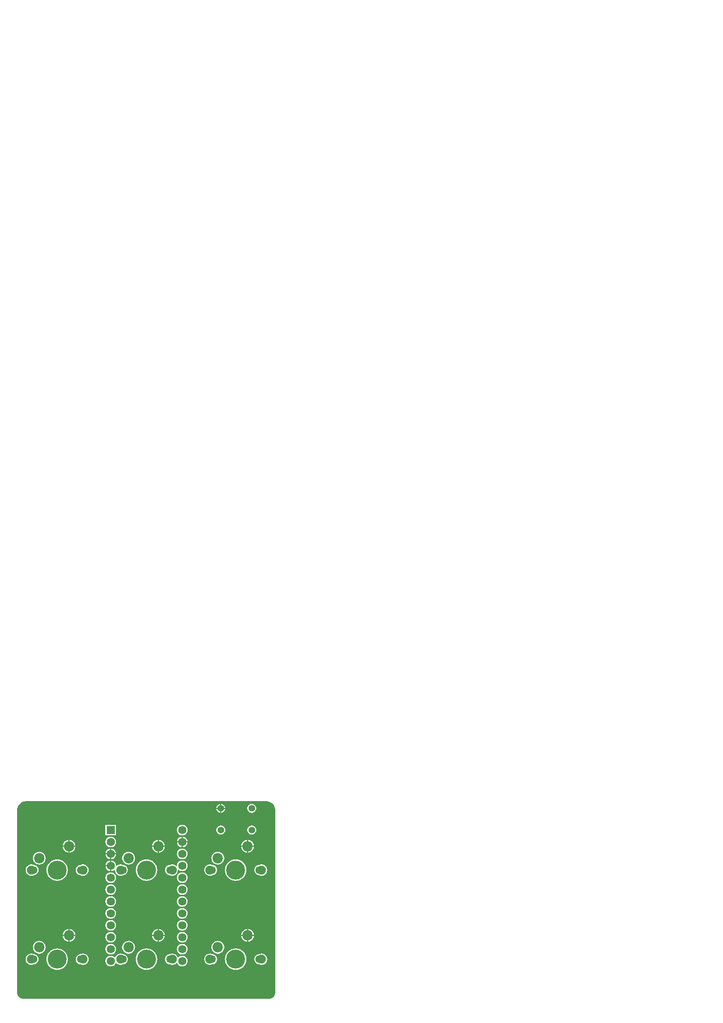
<source format=gbr>
%TF.GenerationSoftware,Altium Limited,Altium Designer,20.1.12 (249)*%
G04 Layer_Physical_Order=1*
G04 Layer_Color=255*
%FSLAX26Y26*%
%MOIN*%
%TF.SameCoordinates,4EBFCD2D-B14F-4313-BC4F-D652A0771492*%
%TF.FilePolarity,Positive*%
%TF.FileFunction,Copper,L1,Top,Signal*%
%TF.Part,Single*%
G01*
G75*
%TA.AperFunction,ComponentPad*%
%ADD10C,0.159449*%
%ADD11C,0.074803*%
%ADD12C,0.066929*%
%ADD13C,0.086614*%
%ADD14C,0.069016*%
%ADD15R,0.069016X0.069016*%
%ADD16C,0.055118*%
G36*
X2113806Y1661306D02*
X2128315Y1655296D01*
X2141372Y1646572D01*
X2152477Y1635467D01*
X2161202Y1622409D01*
X2167212Y1607900D01*
X2170276Y1592498D01*
Y1584646D01*
Y54134D01*
Y49287D01*
X2168384Y39779D01*
X2164675Y30823D01*
X2159289Y22763D01*
X2152434Y15908D01*
X2144374Y10522D01*
X2135418Y6812D01*
X2125910Y4921D01*
X2121063Y4921D01*
X50174D01*
X40476Y6850D01*
X31341Y10634D01*
X23119Y16128D01*
X16128Y23119D01*
X10634Y31341D01*
X6850Y40476D01*
X4921Y50174D01*
X4921Y55118D01*
Y1585630D01*
Y1593385D01*
X7947Y1608598D01*
X13883Y1622927D01*
X22500Y1635824D01*
X33468Y1646791D01*
X46364Y1655409D01*
X60694Y1661344D01*
X75906Y1664370D01*
X2098403D01*
X2113806Y1661306D01*
D02*
G37*
G36*
X5782598Y8184882D02*
D01*
D02*
G37*
%LPC*%
G36*
X1717598Y1639587D02*
Y1607362D01*
X1749823D01*
X1749191Y1612167D01*
X1745406Y1621304D01*
X1739386Y1629150D01*
X1731540Y1635170D01*
X1722403Y1638955D01*
X1717598Y1639587D01*
D02*
G37*
G36*
X1707598Y1639587D02*
X1702794Y1638955D01*
X1693657Y1635170D01*
X1685811Y1629150D01*
X1679791Y1621304D01*
X1676006Y1612167D01*
X1675374Y1607362D01*
X1707598D01*
Y1639587D01*
D02*
G37*
G36*
Y1597362D02*
X1675374D01*
X1676006Y1592557D01*
X1679791Y1583421D01*
X1685811Y1575575D01*
X1693657Y1569554D01*
X1702794Y1565770D01*
X1707598Y1565137D01*
Y1597362D01*
D02*
G37*
G36*
X1749823D02*
X1717598D01*
Y1565137D01*
X1722403Y1565770D01*
X1731540Y1569554D01*
X1739386Y1575575D01*
X1745406Y1583421D01*
X1749191Y1592557D01*
X1749823Y1597362D01*
D02*
G37*
G36*
X1972441Y1640245D02*
X1962636Y1638955D01*
X1953499Y1635170D01*
X1945654Y1629150D01*
X1939633Y1621304D01*
X1935849Y1612167D01*
X1934558Y1602362D01*
X1935849Y1592557D01*
X1939633Y1583421D01*
X1945654Y1575575D01*
X1953499Y1569554D01*
X1962636Y1565770D01*
X1972441Y1564479D01*
X1982246Y1565770D01*
X1991383Y1569554D01*
X1999228Y1575575D01*
X2005249Y1583421D01*
X2009033Y1592557D01*
X2010324Y1602362D01*
X2009033Y1612167D01*
X2005249Y1621304D01*
X1999228Y1629150D01*
X1991383Y1635170D01*
X1982246Y1638955D01*
X1972441Y1640245D01*
D02*
G37*
G36*
Y1459143D02*
X1962636Y1457852D01*
X1953499Y1454068D01*
X1945654Y1448047D01*
X1939633Y1440201D01*
X1935849Y1431065D01*
X1934558Y1421260D01*
X1935849Y1411455D01*
X1939633Y1402318D01*
X1945654Y1394472D01*
X1953499Y1388452D01*
X1962636Y1384668D01*
X1972441Y1383377D01*
X1982246Y1384668D01*
X1991383Y1388452D01*
X1999228Y1394472D01*
X2005249Y1402318D01*
X2009033Y1411455D01*
X2010324Y1421260D01*
X2009033Y1431065D01*
X2005249Y1440201D01*
X1999228Y1448047D01*
X1991383Y1454068D01*
X1982246Y1457852D01*
X1972441Y1459143D01*
D02*
G37*
G36*
X1712599D02*
X1702794Y1457852D01*
X1693657Y1454068D01*
X1685811Y1448047D01*
X1679791Y1440201D01*
X1676006Y1431065D01*
X1674715Y1421260D01*
X1676006Y1411455D01*
X1679791Y1402318D01*
X1685811Y1394472D01*
X1693657Y1388452D01*
X1702794Y1384668D01*
X1712599Y1383377D01*
X1722403Y1384668D01*
X1731540Y1388452D01*
X1739386Y1394472D01*
X1745406Y1402318D01*
X1749191Y1411455D01*
X1750482Y1421260D01*
X1749191Y1431065D01*
X1745406Y1440201D01*
X1739386Y1448047D01*
X1731540Y1454068D01*
X1722403Y1457852D01*
X1712599Y1459143D01*
D02*
G37*
G36*
X834272Y1464980D02*
X745256D01*
Y1375965D01*
X834272D01*
Y1464980D01*
D02*
G37*
G36*
X1389764Y1465364D02*
X1378145Y1463835D01*
X1367318Y1459350D01*
X1358020Y1452216D01*
X1350886Y1442918D01*
X1346402Y1432091D01*
X1344872Y1420472D01*
X1346402Y1408853D01*
X1350886Y1398026D01*
X1358020Y1388729D01*
X1367318Y1381595D01*
X1378145Y1377110D01*
X1389764Y1375581D01*
X1401383Y1377110D01*
X1412210Y1381595D01*
X1421507Y1388729D01*
X1428641Y1398026D01*
X1433126Y1408853D01*
X1434656Y1420472D01*
X1433126Y1432091D01*
X1428641Y1442918D01*
X1421507Y1452216D01*
X1412210Y1459350D01*
X1401383Y1463835D01*
X1389764Y1465364D01*
D02*
G37*
G36*
X1394764Y1364706D02*
Y1325472D01*
X1433997D01*
X1433126Y1332091D01*
X1428641Y1342918D01*
X1421507Y1352216D01*
X1412210Y1359350D01*
X1401383Y1363835D01*
X1394764Y1364706D01*
D02*
G37*
G36*
X1384764D02*
X1378145Y1363835D01*
X1367318Y1359350D01*
X1358020Y1352216D01*
X1350886Y1342918D01*
X1346402Y1332091D01*
X1345530Y1325472D01*
X1384764D01*
Y1364706D01*
D02*
G37*
G36*
X1943386Y1337951D02*
Y1289842D01*
X1991495D01*
X1990321Y1298758D01*
X1984950Y1311726D01*
X1976405Y1322862D01*
X1965269Y1331406D01*
X1952302Y1336777D01*
X1943386Y1337951D01*
D02*
G37*
G36*
X1933386D02*
X1924470Y1336777D01*
X1911502Y1331406D01*
X1900367Y1322862D01*
X1891822Y1311726D01*
X1886451Y1298758D01*
X1885277Y1289842D01*
X1933386D01*
Y1337951D01*
D02*
G37*
G36*
X1194173D02*
Y1289842D01*
X1242282D01*
X1241108Y1298758D01*
X1235737Y1311726D01*
X1227192Y1322862D01*
X1216057Y1331406D01*
X1203089Y1336777D01*
X1194173Y1337951D01*
D02*
G37*
G36*
X1184173D02*
X1175257Y1336777D01*
X1162290Y1331406D01*
X1151154Y1322862D01*
X1142610Y1311726D01*
X1137238Y1298758D01*
X1136064Y1289842D01*
X1184173D01*
Y1337951D01*
D02*
G37*
G36*
X444961D02*
Y1289842D01*
X493070D01*
X491896Y1298758D01*
X486524Y1311726D01*
X477980Y1322862D01*
X466844Y1331406D01*
X453877Y1336777D01*
X444961Y1337951D01*
D02*
G37*
G36*
X434961D02*
X426045Y1336777D01*
X413077Y1331406D01*
X401942Y1322862D01*
X393397Y1311726D01*
X388026Y1298758D01*
X386852Y1289842D01*
X434961D01*
Y1337951D01*
D02*
G37*
G36*
X1433997Y1315472D02*
X1394764D01*
Y1276239D01*
X1401383Y1277110D01*
X1412210Y1281595D01*
X1421507Y1288729D01*
X1428641Y1298026D01*
X1433126Y1308853D01*
X1433997Y1315472D01*
D02*
G37*
G36*
X1384764D02*
X1345530D01*
X1346402Y1308853D01*
X1350886Y1298026D01*
X1358020Y1288729D01*
X1367318Y1281595D01*
X1378145Y1277110D01*
X1384764Y1276239D01*
Y1315472D01*
D02*
G37*
G36*
X789764Y1365364D02*
X778145Y1363835D01*
X767318Y1359350D01*
X758020Y1352216D01*
X750886Y1342918D01*
X746402Y1332091D01*
X744872Y1320472D01*
X746402Y1308853D01*
X750886Y1298026D01*
X758020Y1288729D01*
X767318Y1281595D01*
X778145Y1277110D01*
X789764Y1275581D01*
X801383Y1277110D01*
X812210Y1281595D01*
X821507Y1288729D01*
X828641Y1298026D01*
X833126Y1308853D01*
X834656Y1320472D01*
X833126Y1332091D01*
X828641Y1342918D01*
X821507Y1352216D01*
X812210Y1359350D01*
X801383Y1363835D01*
X789764Y1365364D01*
D02*
G37*
G36*
X1991495Y1279842D02*
X1943386D01*
Y1231734D01*
X1952302Y1232908D01*
X1965269Y1238279D01*
X1976405Y1246823D01*
X1984950Y1257959D01*
X1990321Y1270927D01*
X1991495Y1279842D01*
D02*
G37*
G36*
X1933386D02*
X1885277D01*
X1886451Y1270927D01*
X1891822Y1257959D01*
X1900367Y1246823D01*
X1911502Y1238279D01*
X1924470Y1232908D01*
X1933386Y1231734D01*
Y1279842D01*
D02*
G37*
G36*
X493070D02*
X444961D01*
Y1231734D01*
X453877Y1232908D01*
X466844Y1238279D01*
X477980Y1246823D01*
X486524Y1257959D01*
X491896Y1270927D01*
X493070Y1279842D01*
D02*
G37*
G36*
X434961D02*
X386852D01*
X388026Y1270927D01*
X393397Y1257959D01*
X401942Y1246823D01*
X413077Y1238279D01*
X426045Y1232908D01*
X434961Y1231734D01*
Y1279842D01*
D02*
G37*
G36*
X1242282D02*
X1194173D01*
Y1231734D01*
X1203089Y1232908D01*
X1216057Y1238279D01*
X1227192Y1246823D01*
X1235737Y1257959D01*
X1241108Y1270927D01*
X1242282Y1279842D01*
D02*
G37*
G36*
X1184173D02*
X1136064D01*
X1137238Y1270927D01*
X1142610Y1257959D01*
X1151154Y1246823D01*
X1162290Y1238279D01*
X1175257Y1232908D01*
X1184173Y1231734D01*
Y1279842D01*
D02*
G37*
G36*
X794764Y1264706D02*
Y1225472D01*
X833997D01*
X833126Y1232091D01*
X828641Y1242918D01*
X821507Y1252216D01*
X812210Y1259350D01*
X801383Y1263835D01*
X794764Y1264706D01*
D02*
G37*
G36*
X784764D02*
X778145Y1263835D01*
X767318Y1259350D01*
X758020Y1252216D01*
X750886Y1242918D01*
X746402Y1232091D01*
X745530Y1225472D01*
X784764D01*
Y1264706D01*
D02*
G37*
G36*
X833997Y1215472D02*
X794764D01*
Y1176239D01*
X801383Y1177110D01*
X812210Y1181595D01*
X821507Y1188729D01*
X828641Y1198026D01*
X833126Y1208853D01*
X833997Y1215472D01*
D02*
G37*
G36*
X784764D02*
X745530D01*
X746402Y1208853D01*
X750886Y1198026D01*
X758020Y1188729D01*
X767318Y1181595D01*
X778145Y1177110D01*
X784764Y1176239D01*
Y1215472D01*
D02*
G37*
G36*
X1389764Y1265364D02*
X1378145Y1263835D01*
X1367318Y1259350D01*
X1358020Y1252216D01*
X1350886Y1242918D01*
X1346402Y1232091D01*
X1344872Y1220472D01*
X1346402Y1208853D01*
X1350886Y1198026D01*
X1358020Y1188729D01*
X1367318Y1181595D01*
X1378145Y1177110D01*
X1389764Y1175581D01*
X1401383Y1177110D01*
X1412210Y1181595D01*
X1421507Y1188729D01*
X1428641Y1198026D01*
X1433126Y1208853D01*
X1434656Y1220472D01*
X1433126Y1232091D01*
X1428641Y1242918D01*
X1421507Y1252216D01*
X1412210Y1259350D01*
X1401383Y1263835D01*
X1389764Y1265364D01*
D02*
G37*
G36*
X1688386Y1238610D02*
X1674470Y1236777D01*
X1661502Y1231406D01*
X1650367Y1222862D01*
X1641822Y1211726D01*
X1636451Y1198758D01*
X1634619Y1184842D01*
X1636451Y1170927D01*
X1641822Y1157959D01*
X1650367Y1146823D01*
X1661502Y1138279D01*
X1674470Y1132908D01*
X1688386Y1131075D01*
X1702302Y1132908D01*
X1715269Y1138279D01*
X1726405Y1146823D01*
X1734950Y1157959D01*
X1740321Y1170927D01*
X1742153Y1184842D01*
X1740321Y1198758D01*
X1734950Y1211726D01*
X1726405Y1222862D01*
X1715269Y1231406D01*
X1702302Y1236777D01*
X1688386Y1238610D01*
D02*
G37*
G36*
X939173D02*
X925257Y1236777D01*
X912290Y1231406D01*
X901154Y1222862D01*
X892610Y1211726D01*
X887238Y1198758D01*
X885406Y1184842D01*
X887238Y1170927D01*
X892610Y1157959D01*
X901154Y1146823D01*
X912290Y1138279D01*
X925257Y1132908D01*
X939173Y1131075D01*
X953089Y1132908D01*
X966057Y1138279D01*
X977192Y1146823D01*
X985737Y1157959D01*
X991108Y1170927D01*
X992940Y1184842D01*
X991108Y1198758D01*
X985737Y1211726D01*
X977192Y1222862D01*
X966057Y1231406D01*
X953089Y1236777D01*
X939173Y1238610D01*
D02*
G37*
G36*
X189961D02*
X176045Y1236777D01*
X163077Y1231406D01*
X151942Y1222862D01*
X143397Y1211726D01*
X138026Y1198758D01*
X136194Y1184842D01*
X138026Y1170927D01*
X143397Y1157959D01*
X151942Y1146823D01*
X163077Y1138279D01*
X176045Y1132908D01*
X189961Y1131075D01*
X203877Y1132908D01*
X216844Y1138279D01*
X227980Y1146823D01*
X236524Y1157959D01*
X241896Y1170927D01*
X243728Y1184842D01*
X241896Y1198758D01*
X236524Y1211726D01*
X227980Y1222862D01*
X216844Y1231406D01*
X203877Y1236777D01*
X189961Y1238610D01*
D02*
G37*
G36*
X784764Y1164706D02*
X778145Y1163835D01*
X767318Y1159350D01*
X758020Y1152216D01*
X750886Y1142918D01*
X746402Y1132091D01*
X745530Y1125472D01*
X784764D01*
Y1164706D01*
D02*
G37*
G36*
X1389764Y1165364D02*
X1378145Y1163835D01*
X1367318Y1159350D01*
X1358020Y1152216D01*
X1350886Y1142918D01*
X1346402Y1132091D01*
X1344872Y1120472D01*
X1345010Y1119423D01*
X1340391Y1117510D01*
X1339516Y1118650D01*
X1329614Y1126248D01*
X1318083Y1131024D01*
X1305709Y1132653D01*
X1293334Y1131024D01*
X1286986Y1128394D01*
X1277827Y1127188D01*
X1267254Y1122809D01*
X1258174Y1115842D01*
X1251207Y1106762D01*
X1246828Y1096189D01*
X1245334Y1084842D01*
X1246828Y1073496D01*
X1251207Y1062923D01*
X1258174Y1053843D01*
X1267254Y1046876D01*
X1277827Y1042497D01*
X1286986Y1041291D01*
X1293334Y1038661D01*
X1305709Y1037032D01*
X1318083Y1038661D01*
X1329614Y1043437D01*
X1339516Y1051035D01*
X1347114Y1060937D01*
X1351890Y1072468D01*
X1353519Y1084842D01*
X1353230Y1087038D01*
X1356838Y1088532D01*
X1358054Y1088703D01*
X1367318Y1081595D01*
X1378145Y1077110D01*
X1389764Y1075581D01*
X1401383Y1077110D01*
X1412210Y1081595D01*
X1421507Y1088729D01*
X1428641Y1098026D01*
X1433126Y1108853D01*
X1434656Y1120472D01*
X1433126Y1132091D01*
X1428641Y1142918D01*
X1421507Y1152216D01*
X1412210Y1159350D01*
X1401383Y1163835D01*
X1389764Y1165364D01*
D02*
G37*
G36*
X784764Y1115472D02*
X745530D01*
X746402Y1108853D01*
X750886Y1098026D01*
X758020Y1088729D01*
X767318Y1081595D01*
X778145Y1077110D01*
X784764Y1076239D01*
Y1115472D01*
D02*
G37*
G36*
X2054921Y1132653D02*
X2042547Y1131024D01*
X2036198Y1128394D01*
X2027039Y1127188D01*
X2016466Y1122809D01*
X2007387Y1115842D01*
X2000420Y1106762D01*
X1996040Y1096189D01*
X1994546Y1084842D01*
X1996040Y1073496D01*
X2000420Y1062923D01*
X2007387Y1053843D01*
X2016466Y1046876D01*
X2027039Y1042497D01*
X2036198Y1041291D01*
X2042547Y1038661D01*
X2054921Y1037032D01*
X2067296Y1038661D01*
X2078827Y1043437D01*
X2088729Y1051035D01*
X2096327Y1060937D01*
X2101103Y1072468D01*
X2102732Y1084842D01*
X2101103Y1097217D01*
X2096327Y1108748D01*
X2088729Y1118650D01*
X2078827Y1126248D01*
X2067296Y1131024D01*
X2054921Y1132653D01*
D02*
G37*
G36*
X1621850D02*
X1609476Y1131024D01*
X1597945Y1126248D01*
X1588043Y1118650D01*
X1580445Y1108748D01*
X1575669Y1097217D01*
X1574040Y1084842D01*
X1575669Y1072468D01*
X1580445Y1060937D01*
X1588043Y1051035D01*
X1597945Y1043437D01*
X1609476Y1038661D01*
X1621850Y1037032D01*
X1634225Y1038661D01*
X1640574Y1041291D01*
X1649732Y1042497D01*
X1660306Y1046876D01*
X1669385Y1053843D01*
X1676352Y1062923D01*
X1680732Y1073496D01*
X1682225Y1084842D01*
X1680732Y1096189D01*
X1676352Y1106762D01*
X1669385Y1115842D01*
X1660306Y1122809D01*
X1649732Y1127188D01*
X1640574Y1128394D01*
X1634225Y1131024D01*
X1621850Y1132653D01*
D02*
G37*
G36*
X794764Y1164706D02*
Y1120472D01*
Y1076239D01*
X801383Y1077110D01*
X812210Y1081595D01*
X820160Y1087695D01*
X824895Y1085358D01*
X824827Y1084842D01*
X826456Y1072468D01*
X831233Y1060937D01*
X838831Y1051035D01*
X848733Y1043437D01*
X860264Y1038661D01*
X872638Y1037032D01*
X885012Y1038661D01*
X891361Y1041291D01*
X900520Y1042497D01*
X911093Y1046876D01*
X920173Y1053843D01*
X927139Y1062923D01*
X931519Y1073496D01*
X933013Y1084842D01*
X931519Y1096189D01*
X927139Y1106762D01*
X920173Y1115842D01*
X911093Y1122809D01*
X900520Y1127188D01*
X891361Y1128394D01*
X885012Y1131024D01*
X872638Y1132653D01*
X860264Y1131024D01*
X848733Y1126248D01*
X839529Y1119186D01*
X836778Y1119912D01*
X834549Y1121283D01*
X833126Y1132091D01*
X828641Y1142918D01*
X821507Y1152216D01*
X812210Y1159350D01*
X801383Y1163835D01*
X794764Y1164706D01*
D02*
G37*
G36*
X556496Y1132653D02*
X544122Y1131024D01*
X537773Y1128394D01*
X528614Y1127188D01*
X518041Y1122809D01*
X508961Y1115842D01*
X501995Y1106762D01*
X497615Y1096189D01*
X496121Y1084842D01*
X497615Y1073496D01*
X501995Y1062923D01*
X508961Y1053843D01*
X518041Y1046876D01*
X528614Y1042497D01*
X537773Y1041291D01*
X544122Y1038661D01*
X556496Y1037032D01*
X568870Y1038661D01*
X580401Y1043437D01*
X590303Y1051035D01*
X597901Y1060937D01*
X602678Y1072468D01*
X604307Y1084842D01*
X602678Y1097217D01*
X597901Y1108748D01*
X590303Y1118650D01*
X580401Y1126248D01*
X568870Y1131024D01*
X556496Y1132653D01*
D02*
G37*
G36*
X123425D02*
X111051Y1131024D01*
X99520Y1126248D01*
X89618Y1118650D01*
X82020Y1108748D01*
X77244Y1097217D01*
X75615Y1084842D01*
X77244Y1072468D01*
X82020Y1060937D01*
X89618Y1051035D01*
X99520Y1043437D01*
X111051Y1038661D01*
X123425Y1037032D01*
X135799Y1038661D01*
X142148Y1041291D01*
X151307Y1042497D01*
X161880Y1046876D01*
X170960Y1053843D01*
X177927Y1062923D01*
X182306Y1073496D01*
X183800Y1084842D01*
X182306Y1096189D01*
X177927Y1106762D01*
X170960Y1115842D01*
X161880Y1122809D01*
X151307Y1127188D01*
X142148Y1128394D01*
X135799Y1131024D01*
X123425Y1132653D01*
D02*
G37*
G36*
X1838386Y1175001D02*
X1820797Y1173269D01*
X1803884Y1168138D01*
X1788296Y1159807D01*
X1774634Y1148594D01*
X1763422Y1134932D01*
X1755090Y1119345D01*
X1749960Y1102432D01*
X1748227Y1084842D01*
X1749960Y1067253D01*
X1755090Y1050340D01*
X1763422Y1034753D01*
X1774634Y1021091D01*
X1788296Y1009878D01*
X1803884Y1001547D01*
X1820797Y996416D01*
X1838386Y994684D01*
X1855975Y996416D01*
X1872888Y1001547D01*
X1888475Y1009878D01*
X1902138Y1021091D01*
X1913350Y1034753D01*
X1921681Y1050340D01*
X1926812Y1067253D01*
X1928544Y1084842D01*
X1926812Y1102432D01*
X1921681Y1119345D01*
X1913350Y1134932D01*
X1902138Y1148594D01*
X1888475Y1159807D01*
X1872888Y1168138D01*
X1855975Y1173269D01*
X1838386Y1175001D01*
D02*
G37*
G36*
X1089173D02*
X1071584Y1173269D01*
X1054671Y1168138D01*
X1039084Y1159807D01*
X1025422Y1148594D01*
X1014209Y1134932D01*
X1005878Y1119345D01*
X1000747Y1102432D01*
X999015Y1084842D01*
X1000747Y1067253D01*
X1005878Y1050340D01*
X1014209Y1034753D01*
X1025422Y1021091D01*
X1039084Y1009878D01*
X1054671Y1001547D01*
X1071584Y996416D01*
X1089173Y994684D01*
X1106762Y996416D01*
X1123676Y1001547D01*
X1139263Y1009878D01*
X1152925Y1021091D01*
X1164137Y1034753D01*
X1172469Y1050340D01*
X1177599Y1067253D01*
X1179332Y1084842D01*
X1177599Y1102432D01*
X1172469Y1119345D01*
X1164137Y1134932D01*
X1152925Y1148594D01*
X1139263Y1159807D01*
X1123676Y1168138D01*
X1106762Y1173269D01*
X1089173Y1175001D01*
D02*
G37*
G36*
X339961D02*
X322372Y1173269D01*
X305459Y1168138D01*
X289871Y1159807D01*
X276209Y1148594D01*
X264997Y1134932D01*
X256665Y1119345D01*
X251535Y1102432D01*
X249802Y1084842D01*
X251535Y1067253D01*
X256665Y1050340D01*
X264997Y1034753D01*
X276209Y1021091D01*
X289871Y1009878D01*
X305459Y1001547D01*
X322372Y996416D01*
X339961Y994684D01*
X357550Y996416D01*
X374463Y1001547D01*
X390050Y1009878D01*
X403712Y1021091D01*
X414925Y1034753D01*
X423256Y1050340D01*
X428387Y1067253D01*
X430119Y1084842D01*
X428387Y1102432D01*
X423256Y1119345D01*
X414925Y1134932D01*
X403712Y1148594D01*
X390050Y1159807D01*
X374463Y1168138D01*
X357550Y1173269D01*
X339961Y1175001D01*
D02*
G37*
G36*
X1389764Y1065364D02*
X1378145Y1063835D01*
X1367318Y1059350D01*
X1358020Y1052216D01*
X1350886Y1042918D01*
X1346402Y1032091D01*
X1344872Y1020472D01*
X1346402Y1008854D01*
X1350886Y998026D01*
X1358020Y988729D01*
X1367318Y981595D01*
X1378145Y977110D01*
X1389764Y975581D01*
X1401383Y977110D01*
X1412210Y981595D01*
X1421507Y988729D01*
X1428641Y998026D01*
X1433126Y1008854D01*
X1434656Y1020472D01*
X1433126Y1032091D01*
X1428641Y1042918D01*
X1421507Y1052216D01*
X1412210Y1059350D01*
X1401383Y1063835D01*
X1389764Y1065364D01*
D02*
G37*
G36*
X789764D02*
X778145Y1063835D01*
X767318Y1059350D01*
X758020Y1052216D01*
X750886Y1042918D01*
X746402Y1032091D01*
X744872Y1020472D01*
X746402Y1008854D01*
X750886Y998026D01*
X758020Y988729D01*
X767318Y981595D01*
X778145Y977110D01*
X789764Y975581D01*
X801383Y977110D01*
X812210Y981595D01*
X821507Y988729D01*
X828641Y998026D01*
X833126Y1008854D01*
X834656Y1020472D01*
X833126Y1032091D01*
X828641Y1042918D01*
X821507Y1052216D01*
X812210Y1059350D01*
X801383Y1063835D01*
X789764Y1065364D01*
D02*
G37*
G36*
X1389764Y965364D02*
X1378145Y963835D01*
X1367318Y959350D01*
X1358020Y952216D01*
X1350886Y942918D01*
X1346402Y932091D01*
X1344872Y920472D01*
X1346402Y908854D01*
X1350886Y898026D01*
X1358020Y888729D01*
X1367318Y881595D01*
X1378145Y877110D01*
X1389764Y875581D01*
X1401383Y877110D01*
X1412210Y881595D01*
X1421507Y888729D01*
X1428641Y898026D01*
X1433126Y908854D01*
X1434656Y920472D01*
X1433126Y932091D01*
X1428641Y942918D01*
X1421507Y952216D01*
X1412210Y959350D01*
X1401383Y963835D01*
X1389764Y965364D01*
D02*
G37*
G36*
X789764D02*
X778145Y963835D01*
X767318Y959350D01*
X758020Y952216D01*
X750886Y942918D01*
X746402Y932091D01*
X744872Y920472D01*
X746402Y908854D01*
X750886Y898026D01*
X758020Y888729D01*
X767318Y881595D01*
X778145Y877110D01*
X789764Y875581D01*
X801383Y877110D01*
X812210Y881595D01*
X821507Y888729D01*
X828641Y898026D01*
X833126Y908854D01*
X834656Y920472D01*
X833126Y932091D01*
X828641Y942918D01*
X821507Y952216D01*
X812210Y959350D01*
X801383Y963835D01*
X789764Y965364D01*
D02*
G37*
G36*
X1389764Y865364D02*
X1378145Y863835D01*
X1367318Y859350D01*
X1358020Y852216D01*
X1350886Y842918D01*
X1346402Y832091D01*
X1344872Y820472D01*
X1346402Y808854D01*
X1350886Y798026D01*
X1358020Y788729D01*
X1367318Y781595D01*
X1378145Y777110D01*
X1389764Y775581D01*
X1401383Y777110D01*
X1412210Y781595D01*
X1421507Y788729D01*
X1428641Y798026D01*
X1433126Y808854D01*
X1434656Y820472D01*
X1433126Y832091D01*
X1428641Y842918D01*
X1421507Y852216D01*
X1412210Y859350D01*
X1401383Y863835D01*
X1389764Y865364D01*
D02*
G37*
G36*
X789764D02*
X778145Y863835D01*
X767318Y859350D01*
X758020Y852216D01*
X750886Y842918D01*
X746402Y832091D01*
X744872Y820472D01*
X746402Y808854D01*
X750886Y798026D01*
X758020Y788729D01*
X767318Y781595D01*
X778145Y777110D01*
X789764Y775581D01*
X801383Y777110D01*
X812210Y781595D01*
X821507Y788729D01*
X828641Y798026D01*
X833126Y808854D01*
X834656Y820472D01*
X833126Y832091D01*
X828641Y842918D01*
X821507Y852216D01*
X812210Y859350D01*
X801383Y863835D01*
X789764Y865364D01*
D02*
G37*
G36*
X1389764Y765364D02*
X1378145Y763835D01*
X1367318Y759350D01*
X1358020Y752216D01*
X1350886Y742918D01*
X1346402Y732091D01*
X1344872Y720472D01*
X1346402Y708854D01*
X1350886Y698026D01*
X1358020Y688729D01*
X1367318Y681595D01*
X1378145Y677110D01*
X1389764Y675581D01*
X1401383Y677110D01*
X1412210Y681595D01*
X1421507Y688729D01*
X1428641Y698026D01*
X1433126Y708854D01*
X1434656Y720472D01*
X1433126Y732091D01*
X1428641Y742918D01*
X1421507Y752216D01*
X1412210Y759350D01*
X1401383Y763835D01*
X1389764Y765364D01*
D02*
G37*
G36*
X789764D02*
X778145Y763835D01*
X767318Y759350D01*
X758020Y752216D01*
X750886Y742918D01*
X746402Y732091D01*
X744872Y720472D01*
X746402Y708854D01*
X750886Y698026D01*
X758020Y688729D01*
X767318Y681595D01*
X778145Y677110D01*
X789764Y675581D01*
X801383Y677110D01*
X812210Y681595D01*
X821507Y688729D01*
X828641Y698026D01*
X833126Y708854D01*
X834656Y720472D01*
X833126Y732091D01*
X828641Y742918D01*
X821507Y752216D01*
X812210Y759350D01*
X801383Y763835D01*
X789764Y765364D01*
D02*
G37*
G36*
X1389764Y665364D02*
X1378145Y663835D01*
X1367318Y659350D01*
X1358020Y652216D01*
X1350886Y642918D01*
X1346402Y632091D01*
X1344872Y620472D01*
X1346402Y608854D01*
X1350886Y598026D01*
X1358020Y588729D01*
X1367318Y581595D01*
X1378145Y577110D01*
X1389764Y575581D01*
X1401383Y577110D01*
X1412210Y581595D01*
X1421507Y588729D01*
X1428641Y598026D01*
X1433126Y608854D01*
X1434656Y620472D01*
X1433126Y632091D01*
X1428641Y642918D01*
X1421507Y652216D01*
X1412210Y659350D01*
X1401383Y663835D01*
X1389764Y665364D01*
D02*
G37*
G36*
X789764D02*
X778145Y663835D01*
X767318Y659350D01*
X758020Y652216D01*
X750886Y642918D01*
X746402Y632091D01*
X744872Y620472D01*
X746402Y608854D01*
X750886Y598026D01*
X758020Y588729D01*
X767318Y581595D01*
X778145Y577110D01*
X789764Y575581D01*
X801383Y577110D01*
X812210Y581595D01*
X821507Y588729D01*
X828641Y598026D01*
X833126Y608854D01*
X834656Y620472D01*
X833126Y632091D01*
X828641Y642918D01*
X821507Y652216D01*
X812210Y659350D01*
X801383Y663835D01*
X789764Y665364D01*
D02*
G37*
G36*
X1943386Y588739D02*
Y540630D01*
X1991495D01*
X1990321Y549546D01*
X1984950Y562513D01*
X1976405Y573649D01*
X1965269Y582194D01*
X1952302Y587565D01*
X1943386Y588739D01*
D02*
G37*
G36*
X1933386D02*
X1924470Y587565D01*
X1911502Y582194D01*
X1900367Y573649D01*
X1891822Y562513D01*
X1886451Y549546D01*
X1885277Y540630D01*
X1933386D01*
Y588739D01*
D02*
G37*
G36*
X1194173D02*
Y540630D01*
X1242282D01*
X1241108Y549546D01*
X1235737Y562513D01*
X1227192Y573649D01*
X1216057Y582194D01*
X1203089Y587565D01*
X1194173Y588739D01*
D02*
G37*
G36*
X1184173D02*
X1175257Y587565D01*
X1162290Y582194D01*
X1151154Y573649D01*
X1142610Y562513D01*
X1137238Y549546D01*
X1136064Y540630D01*
X1184173D01*
Y588739D01*
D02*
G37*
G36*
X444961D02*
Y540630D01*
X493070D01*
X491896Y549546D01*
X486524Y562513D01*
X477980Y573649D01*
X466844Y582194D01*
X453877Y587565D01*
X444961Y588739D01*
D02*
G37*
G36*
X434961D02*
X426045Y587565D01*
X413077Y582194D01*
X401942Y573649D01*
X393397Y562513D01*
X388026Y549546D01*
X386852Y540630D01*
X434961D01*
Y588739D01*
D02*
G37*
G36*
X1991495Y530630D02*
X1943386D01*
Y482521D01*
X1952302Y483695D01*
X1965269Y489066D01*
X1976405Y497611D01*
X1984950Y508746D01*
X1990321Y521714D01*
X1991495Y530630D01*
D02*
G37*
G36*
X1933386D02*
X1885277D01*
X1886451Y521714D01*
X1891822Y508746D01*
X1900367Y497611D01*
X1911502Y489066D01*
X1924470Y483695D01*
X1933386Y482521D01*
Y530630D01*
D02*
G37*
G36*
X493070D02*
X444961D01*
Y482521D01*
X453877Y483695D01*
X466844Y489066D01*
X477980Y497611D01*
X486524Y508746D01*
X491896Y521714D01*
X493070Y530630D01*
D02*
G37*
G36*
X434961D02*
X386852D01*
X388026Y521714D01*
X393397Y508746D01*
X401942Y497611D01*
X413077Y489066D01*
X426045Y483695D01*
X434961Y482521D01*
Y530630D01*
D02*
G37*
G36*
X1242282D02*
X1194173D01*
Y482521D01*
X1203089Y483695D01*
X1216057Y489066D01*
X1227192Y497611D01*
X1235737Y508746D01*
X1241108Y521714D01*
X1242282Y530630D01*
D02*
G37*
G36*
X1184173D02*
X1136064D01*
X1137238Y521714D01*
X1142610Y508746D01*
X1151154Y497611D01*
X1162290Y489066D01*
X1175257Y483695D01*
X1184173Y482521D01*
Y530630D01*
D02*
G37*
G36*
X1389764Y565364D02*
X1378145Y563835D01*
X1367318Y559350D01*
X1358020Y552216D01*
X1350886Y542918D01*
X1346402Y532091D01*
X1344872Y520472D01*
X1346402Y508853D01*
X1350886Y498026D01*
X1358020Y488729D01*
X1367318Y481595D01*
X1378145Y477110D01*
X1389764Y475580D01*
X1401383Y477110D01*
X1412210Y481595D01*
X1421507Y488729D01*
X1428641Y498026D01*
X1433126Y508853D01*
X1434656Y520472D01*
X1433126Y532091D01*
X1428641Y542918D01*
X1421507Y552216D01*
X1412210Y559350D01*
X1401383Y563835D01*
X1389764Y565364D01*
D02*
G37*
G36*
X789764D02*
X778145Y563835D01*
X767318Y559350D01*
X758020Y552216D01*
X750886Y542918D01*
X746402Y532091D01*
X744872Y520472D01*
X746402Y508853D01*
X750886Y498026D01*
X758020Y488729D01*
X767318Y481595D01*
X778145Y477110D01*
X789764Y475580D01*
X801383Y477110D01*
X812210Y481595D01*
X821507Y488729D01*
X828641Y498026D01*
X833126Y508853D01*
X834656Y520472D01*
X833126Y532091D01*
X828641Y542918D01*
X821507Y552216D01*
X812210Y559350D01*
X801383Y563835D01*
X789764Y565364D01*
D02*
G37*
G36*
X1688386Y489397D02*
X1674470Y487565D01*
X1661502Y482194D01*
X1650367Y473649D01*
X1641822Y462513D01*
X1636451Y449546D01*
X1634619Y435630D01*
X1636451Y421714D01*
X1641822Y408746D01*
X1650367Y397611D01*
X1661502Y389066D01*
X1674470Y383695D01*
X1688386Y381863D01*
X1702302Y383695D01*
X1715269Y389066D01*
X1726405Y397611D01*
X1734950Y408746D01*
X1740321Y421714D01*
X1742153Y435630D01*
X1740321Y449546D01*
X1734950Y462513D01*
X1726405Y473649D01*
X1715269Y482194D01*
X1702302Y487565D01*
X1688386Y489397D01*
D02*
G37*
G36*
X939173D02*
X925257Y487565D01*
X912290Y482194D01*
X901154Y473649D01*
X892610Y462513D01*
X887238Y449546D01*
X885406Y435630D01*
X887238Y421714D01*
X892610Y408746D01*
X901154Y397611D01*
X912290Y389066D01*
X925257Y383695D01*
X939173Y381863D01*
X953089Y383695D01*
X966057Y389066D01*
X977192Y397611D01*
X985737Y408746D01*
X991108Y421714D01*
X992940Y435630D01*
X991108Y449546D01*
X985737Y462513D01*
X977192Y473649D01*
X966057Y482194D01*
X953089Y487565D01*
X939173Y489397D01*
D02*
G37*
G36*
X189961D02*
X176045Y487565D01*
X163077Y482194D01*
X151942Y473649D01*
X143397Y462513D01*
X138026Y449546D01*
X136194Y435630D01*
X138026Y421714D01*
X143397Y408746D01*
X151942Y397611D01*
X163077Y389066D01*
X176045Y383695D01*
X189961Y381863D01*
X203877Y383695D01*
X216844Y389066D01*
X227980Y397611D01*
X236524Y408746D01*
X241896Y421714D01*
X243728Y435630D01*
X241896Y449546D01*
X236524Y462513D01*
X227980Y473649D01*
X216844Y482194D01*
X203877Y487565D01*
X189961Y489397D01*
D02*
G37*
G36*
X1389764Y465364D02*
X1378145Y463835D01*
X1367318Y459350D01*
X1358020Y452216D01*
X1350886Y442918D01*
X1346402Y432091D01*
X1344872Y420472D01*
X1346402Y408853D01*
X1350886Y398026D01*
X1358020Y388729D01*
X1367318Y381595D01*
X1378145Y377110D01*
X1389764Y375580D01*
X1401383Y377110D01*
X1412210Y381595D01*
X1421507Y388729D01*
X1428641Y398026D01*
X1433126Y408853D01*
X1434656Y420472D01*
X1433126Y432091D01*
X1428641Y442918D01*
X1421507Y452216D01*
X1412210Y459350D01*
X1401383Y463835D01*
X1389764Y465364D01*
D02*
G37*
G36*
X789764D02*
X778145Y463835D01*
X767318Y459350D01*
X758020Y452216D01*
X750886Y442918D01*
X746402Y432091D01*
X744872Y420472D01*
X746402Y408853D01*
X750886Y398026D01*
X758020Y388729D01*
X767318Y381595D01*
X778145Y377110D01*
X789764Y375580D01*
X801383Y377110D01*
X812210Y381595D01*
X821507Y388729D01*
X828641Y398026D01*
X833126Y408853D01*
X834656Y420472D01*
X833126Y432091D01*
X828641Y442918D01*
X821507Y452216D01*
X812210Y459350D01*
X801383Y463835D01*
X789764Y465364D01*
D02*
G37*
G36*
X872638Y383440D02*
X860264Y381811D01*
X848733Y377035D01*
X838831Y369437D01*
X831233Y359535D01*
X828064Y351885D01*
X822340Y351131D01*
X821507Y352216D01*
X812210Y359350D01*
X801383Y363835D01*
X789764Y365364D01*
X778145Y363835D01*
X767318Y359350D01*
X758020Y352216D01*
X750886Y342918D01*
X746402Y332091D01*
X744872Y320472D01*
X746402Y308853D01*
X750886Y298026D01*
X758020Y288729D01*
X767318Y281595D01*
X778145Y277110D01*
X789764Y275580D01*
X801383Y277110D01*
X812210Y281595D01*
X821507Y288729D01*
X828641Y298026D01*
X831025Y303782D01*
X836749Y304535D01*
X838831Y301823D01*
X848733Y294225D01*
X860264Y289449D01*
X872638Y287819D01*
X885012Y289449D01*
X891361Y292078D01*
X900520Y293284D01*
X911093Y297664D01*
X920173Y304631D01*
X927139Y313710D01*
X931519Y324283D01*
X933013Y335630D01*
X931519Y346976D01*
X927139Y357550D01*
X920173Y366629D01*
X911093Y373596D01*
X900520Y377976D01*
X891361Y379182D01*
X885012Y381811D01*
X872638Y383440D01*
D02*
G37*
G36*
X2054921D02*
X2042547Y381811D01*
X2036198Y379182D01*
X2027039Y377976D01*
X2016466Y373596D01*
X2007387Y366629D01*
X2000420Y357550D01*
X1996040Y346976D01*
X1994546Y335630D01*
X1996040Y324283D01*
X2000420Y313710D01*
X2007387Y304631D01*
X2016466Y297664D01*
X2027039Y293284D01*
X2036198Y292078D01*
X2042547Y289449D01*
X2054921Y287819D01*
X2067296Y289449D01*
X2078827Y294225D01*
X2088729Y301823D01*
X2096327Y311725D01*
X2101103Y323256D01*
X2102732Y335630D01*
X2101103Y348004D01*
X2096327Y359535D01*
X2088729Y369437D01*
X2078827Y377035D01*
X2067296Y381811D01*
X2054921Y383440D01*
D02*
G37*
G36*
X1621850D02*
X1609476Y381811D01*
X1597945Y377035D01*
X1588043Y369437D01*
X1580445Y359535D01*
X1575669Y348004D01*
X1574040Y335630D01*
X1575669Y323256D01*
X1580445Y311725D01*
X1588043Y301823D01*
X1597945Y294225D01*
X1609476Y289449D01*
X1621850Y287819D01*
X1634225Y289449D01*
X1640574Y292078D01*
X1649732Y293284D01*
X1660306Y297664D01*
X1669385Y304631D01*
X1676352Y313710D01*
X1680732Y324283D01*
X1682225Y335630D01*
X1680732Y346976D01*
X1676352Y357550D01*
X1669385Y366629D01*
X1660306Y373596D01*
X1649732Y377976D01*
X1640574Y379182D01*
X1634225Y381811D01*
X1621850Y383440D01*
D02*
G37*
G36*
X556496D02*
X544122Y381811D01*
X537773Y379182D01*
X528614Y377976D01*
X518041Y373596D01*
X508961Y366629D01*
X501995Y357550D01*
X497615Y346976D01*
X496121Y335630D01*
X497615Y324283D01*
X501995Y313710D01*
X508961Y304631D01*
X518041Y297664D01*
X528614Y293284D01*
X537773Y292078D01*
X544122Y289449D01*
X556496Y287819D01*
X568870Y289449D01*
X580401Y294225D01*
X590303Y301823D01*
X597901Y311725D01*
X602678Y323256D01*
X604307Y335630D01*
X602678Y348004D01*
X597901Y359535D01*
X590303Y369437D01*
X580401Y377035D01*
X568870Y381811D01*
X556496Y383440D01*
D02*
G37*
G36*
X123425D02*
X111051Y381811D01*
X99520Y377035D01*
X89618Y369437D01*
X82020Y359535D01*
X77244Y348004D01*
X75615Y335630D01*
X77244Y323256D01*
X82020Y311725D01*
X89618Y301823D01*
X99520Y294225D01*
X111051Y289449D01*
X123425Y287819D01*
X135799Y289449D01*
X142148Y292078D01*
X151307Y293284D01*
X161880Y297664D01*
X170960Y304631D01*
X177927Y313710D01*
X182306Y324283D01*
X183800Y335630D01*
X182306Y346976D01*
X177927Y357550D01*
X170960Y366629D01*
X161880Y373596D01*
X151307Y377976D01*
X142148Y379182D01*
X135799Y381811D01*
X123425Y383440D01*
D02*
G37*
G36*
X1305709D02*
X1293334Y381811D01*
X1286986Y379182D01*
X1277827Y377976D01*
X1267254Y373596D01*
X1258174Y366629D01*
X1251207Y357550D01*
X1246828Y346976D01*
X1245334Y335630D01*
X1246828Y324283D01*
X1251207Y313710D01*
X1258174Y304631D01*
X1267254Y297664D01*
X1277827Y293284D01*
X1286986Y292078D01*
X1293334Y289449D01*
X1305709Y287819D01*
X1318083Y289449D01*
X1329614Y294225D01*
X1339516Y301823D01*
X1342364Y305535D01*
X1348088Y304781D01*
X1350886Y298026D01*
X1358020Y288729D01*
X1367318Y281595D01*
X1378145Y277110D01*
X1389764Y275580D01*
X1401383Y277110D01*
X1412210Y281595D01*
X1421507Y288729D01*
X1428641Y298026D01*
X1433126Y308853D01*
X1434656Y320472D01*
X1433126Y332091D01*
X1428641Y342918D01*
X1421507Y352216D01*
X1412210Y359350D01*
X1401383Y363835D01*
X1389764Y365364D01*
X1378145Y363835D01*
X1367318Y359350D01*
X1358020Y352216D01*
X1356421Y350132D01*
X1350697Y350885D01*
X1347114Y359535D01*
X1339516Y369437D01*
X1329614Y377035D01*
X1318083Y381811D01*
X1305709Y383440D01*
D02*
G37*
G36*
X1838386Y425788D02*
X1820797Y424056D01*
X1803884Y418925D01*
X1788296Y410594D01*
X1774634Y399382D01*
X1763422Y385719D01*
X1755090Y370132D01*
X1749960Y353219D01*
X1748227Y335630D01*
X1749960Y318041D01*
X1755090Y301128D01*
X1763422Y285541D01*
X1774634Y271878D01*
X1788296Y260666D01*
X1803884Y252334D01*
X1820797Y247204D01*
X1838386Y245471D01*
X1855975Y247204D01*
X1872888Y252334D01*
X1888475Y260666D01*
X1902138Y271878D01*
X1913350Y285541D01*
X1921681Y301128D01*
X1926812Y318041D01*
X1928544Y335630D01*
X1926812Y353219D01*
X1921681Y370132D01*
X1913350Y385719D01*
X1902138Y399382D01*
X1888475Y410594D01*
X1872888Y418925D01*
X1855975Y424056D01*
X1838386Y425788D01*
D02*
G37*
G36*
X1089173D02*
X1071584Y424056D01*
X1054671Y418925D01*
X1039084Y410594D01*
X1025422Y399382D01*
X1014209Y385719D01*
X1005878Y370132D01*
X1000747Y353219D01*
X999015Y335630D01*
X1000747Y318041D01*
X1005878Y301128D01*
X1014209Y285541D01*
X1025422Y271878D01*
X1039084Y260666D01*
X1054671Y252334D01*
X1071584Y247204D01*
X1089173Y245471D01*
X1106762Y247204D01*
X1123676Y252334D01*
X1139263Y260666D01*
X1152925Y271878D01*
X1164137Y285541D01*
X1172469Y301128D01*
X1177599Y318041D01*
X1179332Y335630D01*
X1177599Y353219D01*
X1172469Y370132D01*
X1164137Y385719D01*
X1152925Y399382D01*
X1139263Y410594D01*
X1123676Y418925D01*
X1106762Y424056D01*
X1089173Y425788D01*
D02*
G37*
G36*
X339961D02*
X322372Y424056D01*
X305459Y418925D01*
X289871Y410594D01*
X276209Y399382D01*
X264997Y385719D01*
X256665Y370132D01*
X251535Y353219D01*
X249802Y335630D01*
X251535Y318041D01*
X256665Y301128D01*
X264997Y285541D01*
X276209Y271878D01*
X289871Y260666D01*
X305459Y252334D01*
X322372Y247204D01*
X339961Y245471D01*
X357550Y247204D01*
X374463Y252334D01*
X390050Y260666D01*
X403712Y271878D01*
X414925Y285541D01*
X423256Y301128D01*
X428387Y318041D01*
X430119Y335630D01*
X428387Y353219D01*
X423256Y370132D01*
X414925Y385719D01*
X403712Y399382D01*
X390050Y410594D01*
X374463Y418925D01*
X357550Y424056D01*
X339961Y425788D01*
D02*
G37*
%LPD*%
D10*
X1089173Y1084842D02*
D03*
X339961Y335630D02*
D03*
X1838386D02*
D03*
X1089173D02*
D03*
X339961Y1084842D02*
D03*
X1838386D02*
D03*
D11*
X1305709D02*
D03*
X872638D02*
D03*
X556496Y335630D02*
D03*
X123425D02*
D03*
X2054921D02*
D03*
X1621850D02*
D03*
X1305709D02*
D03*
X872638D02*
D03*
X556496Y1084842D02*
D03*
X123425D02*
D03*
X2054921D02*
D03*
X1621850D02*
D03*
D12*
X1289173D02*
D03*
X889173D02*
D03*
X539961Y335630D02*
D03*
X139961D02*
D03*
X2038386D02*
D03*
X1638386D02*
D03*
X1289173D02*
D03*
X889173D02*
D03*
X539961Y1084842D02*
D03*
X139961D02*
D03*
X2038386D02*
D03*
X1638386D02*
D03*
D13*
X1189173Y1284842D02*
D03*
X939173Y1184842D02*
D03*
X439961Y535630D02*
D03*
X189961Y435630D02*
D03*
X1938386Y535630D02*
D03*
X1688386Y435630D02*
D03*
X1189173Y535630D02*
D03*
X939173Y435630D02*
D03*
X439961Y1284842D02*
D03*
X189961Y1184842D02*
D03*
X1938386Y1284842D02*
D03*
X1688386Y1184842D02*
D03*
D14*
X1389764Y1220472D02*
D03*
Y420472D02*
D03*
Y820472D02*
D03*
Y320472D02*
D03*
Y620472D02*
D03*
Y520472D02*
D03*
Y1020472D02*
D03*
Y920472D02*
D03*
Y1320472D02*
D03*
Y1120472D02*
D03*
Y1420472D02*
D03*
Y720472D02*
D03*
X789764Y420472D02*
D03*
Y820472D02*
D03*
Y1220472D02*
D03*
Y320472D02*
D03*
Y620472D02*
D03*
Y520472D02*
D03*
Y1020472D02*
D03*
Y920472D02*
D03*
Y1120472D02*
D03*
Y1320472D02*
D03*
Y720472D02*
D03*
D15*
Y1420472D02*
D03*
D16*
X1712599Y1421260D02*
D03*
Y1602362D02*
D03*
X1972441Y1421260D02*
D03*
Y1602362D02*
D03*
%TF.MD5,9cca044858d0b7fc6660866550e6ebf0*%
M02*

</source>
